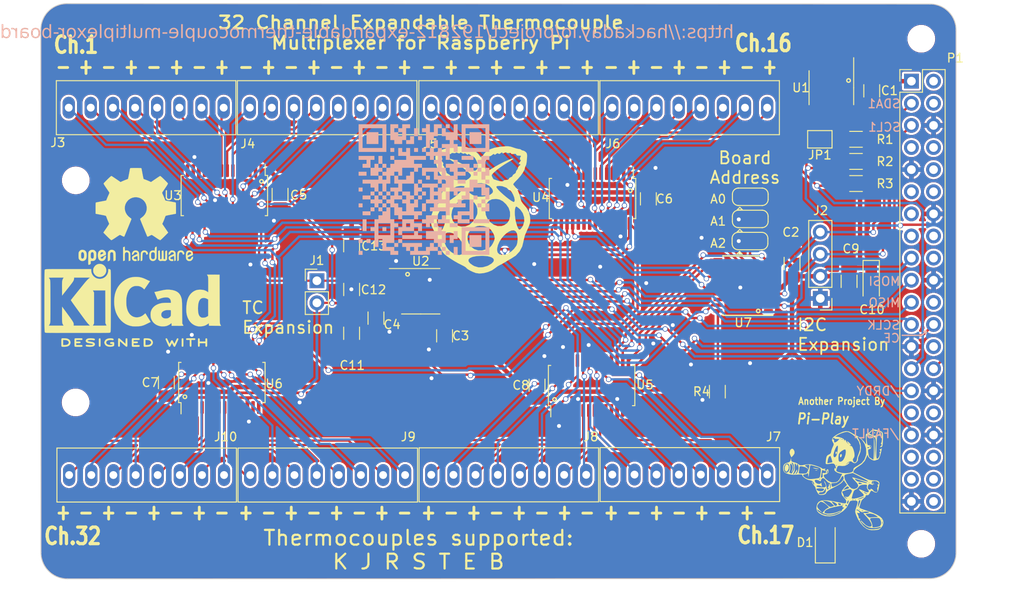
<source format=kicad_pcb>
(kicad_pcb (version 20221018) (generator pcbnew)

  (general
    (thickness 1.6)
  )

  (paper "A3")
  (title_block
    (title "32 Channel expanble thermocouple multiplexer")
    (date "2022-08-24")
    (company "Pi Play")
  )

  (layers
    (0 "F.Cu" signal)
    (31 "B.Cu" signal)
    (32 "B.Adhes" user "B.Adhesive")
    (33 "F.Adhes" user "F.Adhesive")
    (34 "B.Paste" user)
    (35 "F.Paste" user)
    (36 "B.SilkS" user "B.Silkscreen")
    (37 "F.SilkS" user "F.Silkscreen")
    (38 "B.Mask" user)
    (39 "F.Mask" user)
    (40 "Dwgs.User" user "User.Drawings")
    (41 "Cmts.User" user "User.Comments")
    (42 "Eco1.User" user "User.Eco1")
    (43 "Eco2.User" user "User.Eco2")
    (44 "Edge.Cuts" user)
    (45 "Margin" user)
    (46 "B.CrtYd" user "B.Courtyard")
    (47 "F.CrtYd" user "F.Courtyard")
  )

  (setup
    (stackup
      (layer "F.SilkS" (type "Top Silk Screen"))
      (layer "F.Paste" (type "Top Solder Paste"))
      (layer "F.Mask" (type "Top Solder Mask") (thickness 0.01))
      (layer "F.Cu" (type "copper") (thickness 0.035))
      (layer "dielectric 1" (type "core") (thickness 1.51) (material "FR4") (epsilon_r 4.5) (loss_tangent 0.02))
      (layer "B.Cu" (type "copper") (thickness 0.035))
      (layer "B.Mask" (type "Bottom Solder Mask") (thickness 0.01))
      (layer "B.Paste" (type "Bottom Solder Paste"))
      (layer "B.SilkS" (type "Bottom Silk Screen"))
      (copper_finish "None")
      (dielectric_constraints no)
    )
    (pad_to_mask_clearance 0)
    (aux_axis_origin 50 260)
    (pcbplotparams
      (layerselection 0x00010f0_ffffffff)
      (plot_on_all_layers_selection 0x0000000_00000000)
      (disableapertmacros false)
      (usegerberextensions true)
      (usegerberattributes true)
      (usegerberadvancedattributes true)
      (creategerberjobfile true)
      (dashed_line_dash_ratio 12.000000)
      (dashed_line_gap_ratio 3.000000)
      (svgprecision 6)
      (plotframeref false)
      (viasonmask false)
      (mode 1)
      (useauxorigin false)
      (hpglpennumber 1)
      (hpglpenspeed 20)
      (hpglpendiameter 15.000000)
      (dxfpolygonmode true)
      (dxfimperialunits true)
      (dxfusepcbnewfont true)
      (psnegative false)
      (psa4output false)
      (plotreference true)
      (plotvalue true)
      (plotinvisibletext false)
      (sketchpadsonfab false)
      (subtractmaskfromsilk false)
      (outputformat 1)
      (mirror false)
      (drillshape 0)
      (scaleselection 1)
      (outputdirectory "PiPlaydrill/")
    )
  )

  (net 0 "")
  (net 1 "Net-(A0-C)")
  (net 2 "+5V")
  (net 3 "/(SPI_CE0_N)GPIO08")
  (net 4 "/GPIO05")
  (net 5 "/GPIO06")
  (net 6 "/GPIO09(SPI_MISO)")
  (net 7 "/GPIO10(SPI_MOSI)")
  (net 8 "/GPIO11(SPI_CLK)")
  (net 9 "/GPIO12")
  (net 10 "/GPIO13")
  (net 11 "/GPIO19")
  (net 12 "/GPIO20")
  (net 13 "/GPIO21")
  (net 14 "GND")
  (net 15 "/T-")
  (net 16 "/T+")
  (net 17 "+3V3")
  (net 18 "Net-(A1-C)")
  (net 19 "Net-(A2-C)")
  (net 20 "Net-(D1-K)")
  (net 21 "Net-(J3-Pin_1)")
  (net 22 "Net-(J3-Pin_2)")
  (net 23 "Net-(J3-Pin_3)")
  (net 24 "Net-(J3-Pin_4)")
  (net 25 "Net-(J3-Pin_5)")
  (net 26 "Net-(J3-Pin_6)")
  (net 27 "Net-(J3-Pin_7)")
  (net 28 "Net-(J3-Pin_8)")
  (net 29 "Net-(J4-Pin_1)")
  (net 30 "Net-(J4-Pin_2)")
  (net 31 "Net-(J4-Pin_3)")
  (net 32 "Net-(J4-Pin_4)")
  (net 33 "Net-(J4-Pin_5)")
  (net 34 "Net-(J4-Pin_6)")
  (net 35 "Net-(J4-Pin_7)")
  (net 36 "Net-(J4-Pin_8)")
  (net 37 "Net-(J5-Pin_1)")
  (net 38 "Net-(J5-Pin_2)")
  (net 39 "Net-(J5-Pin_3)")
  (net 40 "Net-(J5-Pin_4)")
  (net 41 "Net-(J5-Pin_5)")
  (net 42 "Net-(J5-Pin_6)")
  (net 43 "Net-(J5-Pin_7)")
  (net 44 "Net-(J5-Pin_8)")
  (net 45 "Net-(J6-Pin_1)")
  (net 46 "Net-(J6-Pin_2)")
  (net 47 "Net-(J6-Pin_3)")
  (net 48 "Net-(J6-Pin_4)")
  (net 49 "/GPIO17(GPIO_GEN0)")
  (net 50 "/GPIO27(GPIO_GEN2)")
  (net 51 "/GPIO22(GPIO_GEN3)")
  (net 52 "/(TXD0)GPIO14")
  (net 53 "/(RXD0)GPIO15")
  (net 54 "/(GPIO_GEN1)GPIO18")
  (net 55 "/(GPIO_GEN4)GPIO23")
  (net 56 "/(GPIO_GEN5)GPIO24")
  (net 57 "/ID_SD(I2CID EEPROM)")
  (net 58 "/(GPIO_GEN6)GPIO25")
  (net 59 "/(SPI_CE1_N)GPIO07")
  (net 60 "/(I2CID EEPROM)ID_SC")
  (net 61 "/GPIO16")
  (net 62 "/GPIO26")
  (net 63 "/GPIO02(SDA1,I2C)")
  (net 64 "/GPIO03(SCL1,I2C)")
  (net 65 "/GPIO04(GPIO_GCLK)")
  (net 66 "Net-(J6-Pin_5)")
  (net 67 "Net-(J6-Pin_6)")
  (net 68 "Net-(J6-Pin_7)")
  (net 69 "Net-(J6-Pin_8)")
  (net 70 "Net-(J7-Pin_1)")
  (net 71 "Net-(J7-Pin_2)")
  (net 72 "Net-(J7-Pin_3)")
  (net 73 "Net-(J7-Pin_4)")
  (net 74 "Net-(J7-Pin_5)")
  (net 75 "Net-(J7-Pin_6)")
  (net 76 "Net-(J7-Pin_7)")
  (net 77 "Net-(J7-Pin_8)")
  (net 78 "Net-(J8-Pin_1)")
  (net 79 "Net-(J8-Pin_2)")
  (net 80 "Net-(J8-Pin_3)")
  (net 81 "Net-(J8-Pin_4)")
  (net 82 "Net-(J8-Pin_5)")
  (net 83 "Net-(J8-Pin_6)")
  (net 84 "Net-(J8-Pin_7)")
  (net 85 "Net-(J8-Pin_8)")
  (net 86 "Net-(J9-Pin_1)")
  (net 87 "Net-(J9-Pin_2)")
  (net 88 "Net-(J9-Pin_3)")
  (net 89 "Net-(J9-Pin_4)")
  (net 90 "Net-(J9-Pin_5)")
  (net 91 "Net-(J9-Pin_6)")
  (net 92 "Net-(J9-Pin_7)")
  (net 93 "Net-(J9-Pin_8)")
  (net 94 "Net-(J10-Pin_1)")
  (net 95 "Net-(J10-Pin_2)")
  (net 96 "Net-(J10-Pin_3)")
  (net 97 "Net-(J10-Pin_4)")
  (net 98 "Net-(J10-Pin_5)")
  (net 99 "Net-(J10-Pin_6)")
  (net 100 "Net-(J10-Pin_7)")
  (net 101 "Net-(J10-Pin_8)")
  (net 102 "Net-(JP1-A)")
  (net 103 "/A2")
  (net 104 "/A1")
  (net 105 "/A0")
  (net 106 "Net-(U7-P7)")
  (net 107 "unconnected-(U2-DNC-Pad6)")
  (net 108 "/CS0")
  (net 109 "/CS1")
  (net 110 "/CS2")
  (net 111 "/CS3")
  (net 112 "unconnected-(U7-~{INT}-Pad1)")
  (net 113 "unconnected-(U7-NC-Pad3)")
  (net 114 "unconnected-(U7-NC-Pad8)")
  (net 115 "unconnected-(U7-NC-Pad13)")
  (net 116 "unconnected-(U7-NC-Pad18)")

  (footprint "Connector_PinHeader_2.54mm:PinHeader_1x02_P2.54mm_Vertical" (layer "F.Cu") (at 81.690586 225.737316))

  (footprint "Jumper:SolderJumper-3_P1.3mm_Bridged12_RoundedPad1.0x1.5mm" (layer "F.Cu") (at 131.38828 221.1782))

  (footprint "Package_SO:SSOP-20_4.4x6.5mm_P0.65mm" (layer "F.Cu") (at 130.606586 226.2582 180))

  (footprint "Package_SO:SOIC-8_3.9x4.9mm_P1.27mm" (layer "F.Cu") (at 140.72628 203.5729 -90))

  (footprint "Resistor_SMD:R_1206_3216Metric_Pad1.30x1.75mm_HandSolder" (layer "F.Cu") (at 143.55428 209.4942 180))

  (footprint "Connector_PinHeader_2.54mm:PinHeader_2x20_P2.54mm_Vertical" (layer "F.Cu") (at 149.9108 202.819))

  (footprint "LED_SMD:LED_1206_3216Metric_Pad1.42x1.75mm_HandSolder" (layer "F.Cu") (at 140.02428 255.6857 90))

  (footprint "footprints:8 pin Screw Terminal P 2.54mm" (layer "F.Cu") (at 91.81508 248.0514 180))

  (footprint "Package_SO:TSSOP-28_4.4x9.7mm_P0.65mm" (layer "F.Cu") (at 113.214053 237.77358 90))

  (footprint "Capacitor_SMD:C_1206_3216Metric_Pad1.33x1.80mm_HandSolder" (layer "F.Cu") (at 106.952059 237.743416 90))

  (footprint "Symbol:KiCad-Logo2_8mm_SilkScreen" (layer "F.Cu") (at 60.5536 227.7364))

  (footprint "Resistor_SMD:R_1206_3216Metric_Pad1.30x1.75mm_HandSolder" (layer "F.Cu") (at 127.6426 238.4762 90))

  (footprint "footprints:8 pin Screw Terminal P 2.54mm" (layer "F.Cu") (at 112.59228 248.0262 180))

  (footprint "footprints:8 pin Screw Terminal P 2.54mm" (layer "F.Cu") (at 133.367121 248.0006 180))

  (footprint "Symbol:OSHW-Logo2_14.6x12mm_SilkScreen" (layer "F.Cu") (at 60.9092 218.3384))

  (footprint "Capacitor_SMD:C_1206_3216Metric_Pad1.33x1.80mm_HandSolder" (layer "F.Cu") (at 119.727462 216.332016 -90))

  (footprint "Capacitor_SMD:C_1206_3216Metric_Pad1.33x1.80mm_HandSolder" (layer "F.Cu") (at 136.21428 223.7567 90))

  (footprint "footprints:8 pin Screw Terminal P 2.54mm" (layer "F.Cu") (at 73.992639 205.8622))

  (footprint "Capacitor_SMD:C_1206_3216Metric_Pad1.33x1.80mm_HandSolder" (layer "F.Cu") (at 142.75828 225.805736 -90))

  (footprint "Jumper:SolderJumper-3_P1.3mm_Bridged12_RoundedPad1.0x1.5mm" (layer "F.Cu") (at 131.4226 216.0982))

  (footprint "footprints:8 pin Screw Terminal P 2.54mm" (layer "F.Cu") (at 94.81028 205.8622))

  (footprint "Jumper:SolderJumper-3_P1.3mm_Bridged12_RoundedPad1.0x1.5mm" (layer "F.Cu") (at 131.41828 218.6382))

  (footprint "Package_SO:TSSOP-28_4.4x9.7mm_P0.65mm" (layer "F.Cu")
    (tstamp 6199170c-7c4e-4bef-812f-0b71f467bc92)
    (at 71.073986 215.9537 -90)
    (descr "TSSOP, 28 Pin (JEDEC MO-153 Var AE https://www.jedec.org/document_search?search_api_views_fulltext=MO-153), generated with kicad-footprint-generator ipc_gullwing_generator.py")
    (tags "TSSOP SO")
    (property "Sheetfile" "TCMux.kicad_sch")
    (property "Sheetname" "")
    (path "/00000000-0000-0000-0000-00005b810d75")
    (attr smd)
    (fp_text reference "U3" (at 0 5.892386) (layer "F.SilkS")
        (effects (font (size 1 1) (thickness 0.15)))
      (tstamp 624775ad-489e-449d-b1da-908f6a173185)
    )
    (fp_text value "ADG1607" (at 0 5.8 90) (layer "F.Fab")
        (effects (font (size 1 1) (thickness 0.15)))
      (tstamp 10949206-2056-4f1d-8607-aa9ffad745e6)
    )
    (fp_text user "${REFERENCE}" (at 0 0 90) (layer "F.Fab")
        (effects (font (size 1 1) (thickness 0.15)))
      (tstamp 5fd8aa15-d8e9-413a-bbcc-414e6e72cfb6)
    )
    (fp_line (start -2.31 -4.96) (end -2.31 -4.685)
      (stroke (width 0.12) (type solid)) (layer "F.SilkS") (tstamp cf71aa4a-ec3b-4cfd-a5a6-35e06933979e))
    (fp_line (start -2.31 -4.685) (end -3.6 -4.685)
      (stroke (width 0.12) (type solid)) (layer "F.SilkS") (tstamp 1a288b12-3a0f-4457-8ce1-01e41408dcb5))
    (fp_line (start -2.31 4.96) (end -2.31 4.685)
      (stroke (width 0.12) (type solid))
... [2829003 chars truncated]
</source>
